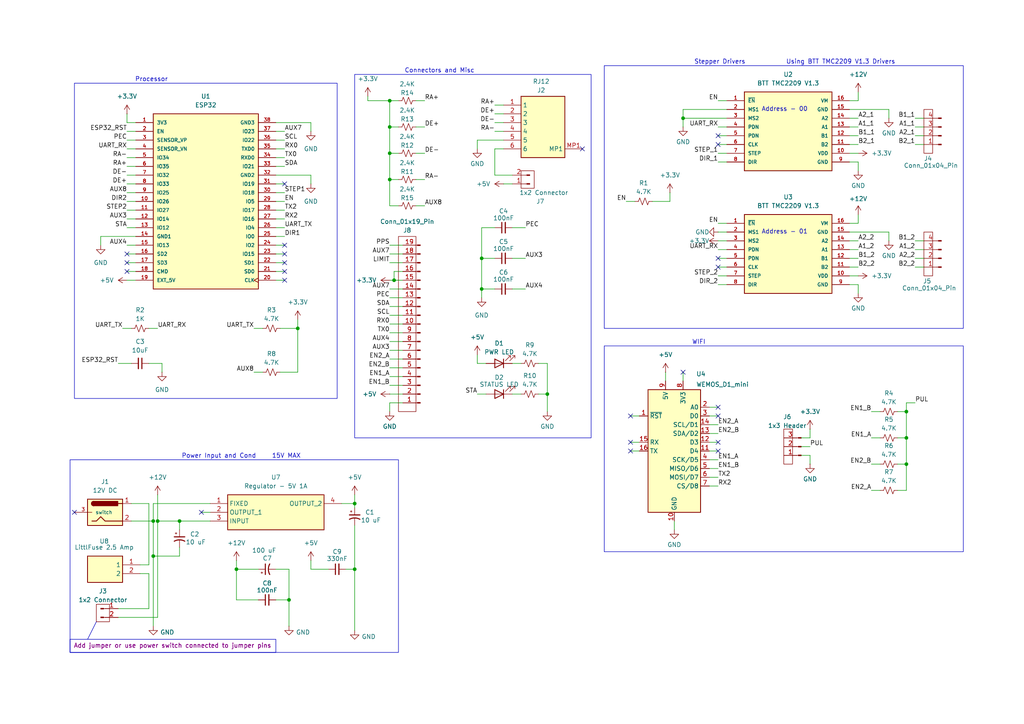
<source format=kicad_sch>
(kicad_sch (version 20231120) (generator "eeschema") (generator_version "8.0")
  (paper "A4")
  (junction (at 68.58 165.1))
  (junction (at 198.12 34.29))
  (junction (at 102.87 165.1))
  (junction (at 262.89 119.38))
  (junction (at 158.75 114.3))
  (junction (at 113.03 52.07))
  (junction (at 113.03 44.45))
  (junction (at 44.45 151.13))
  (junction (at 113.03 29.21))
  (junction (at 262.89 134.62))
  (junction (at 83.82 173.99))
  (junction (at 102.87 146.05))
  (junction (at 139.7 74.93))
  (junction (at 44.45 161.29))
  (junction (at 52.07 151.13))
  (junction (at 139.7 83.82))
  (junction (at 45.72 151.13))
  (junction (at 262.89 127))
  (junction (at 113.03 36.83))
  (junction (at 86.36 95.25))
  (junction (at 114.3 81.28))
  (no_connect (at 182.88 130.81))
  (no_connect (at 208.28 74.93))
  (no_connect (at 58.42 148.59))
  (no_connect (at 208.28 39.37))
  (no_connect (at 36.83 78.74))
  (no_connect (at 168.91 43.18))
  (no_connect (at 208.28 77.47))
  (no_connect (at 182.88 120.65))
  (no_connect (at 36.83 73.66))
  (no_connect (at 208.28 130.81))
  (no_connect (at 82.55 53.34))
  (no_connect (at 36.83 76.2))
  (no_connect (at 208.28 41.91))
  (no_connect (at 82.55 78.74))
  (no_connect (at 198.12 107.95))
  (no_connect (at 82.55 81.28))
  (no_connect (at 82.55 73.66))
  (no_connect (at 182.88 128.27))
  (no_connect (at 82.55 76.2))
  (no_connect (at 208.28 118.11))
  (no_connect (at 208.28 120.65))
  (no_connect (at 208.28 128.27))
  (no_connect (at 82.55 71.12))
  (no_connect (at 21.59 148.59))
  (wire (pts (xy 246.38 34.29) (xy 248.92 34.29)))
  (wire (pts (xy 148.59 50.8) (xy 143.51 50.8)))
  (wire (pts (xy 115.57 36.83) (xy 113.03 36.83)))
  (wire (pts (xy 210.82 44.45) (xy 208.28 44.45)))
  (wire (pts (xy 246.38 39.37) (xy 248.92 39.37)))
  (wire (pts (xy 52.07 151.13) (xy 52.07 153.67)))
  (wire (pts (xy 36.83 53.34) (xy 39.37 53.34)))
  (wire (pts (xy 36.83 48.26) (xy 39.37 48.26)))
  (wire (pts (xy 139.7 83.82) (xy 139.7 86.36)))
  (wire (pts (xy 45.72 151.13) (xy 52.07 151.13)))
  (polyline (pts (xy 27.94 180.34) (xy 25.4 185.42)))
  (wire (pts (xy 265.43 69.85) (xy 267.97 69.85)))
  (wire (pts (xy 248.92 44.45) (xy 246.38 44.45)))
  (wire (pts (xy 156.21 114.3) (xy 158.75 114.3)))
  (wire (pts (xy 143.51 38.1) (xy 146.05 38.1)))
  (wire (pts (xy 115.57 59.69) (xy 113.03 59.69)))
  (wire (pts (xy 36.83 45.72) (xy 39.37 45.72)))
  (wire (pts (xy 36.83 81.28) (xy 39.37 81.28)))
  (wire (pts (xy 80.01 58.42) (xy 82.55 58.42)))
  (wire (pts (xy 36.83 55.88) (xy 39.37 55.88)))
  (wire (pts (xy 210.82 64.77) (xy 208.28 64.77)))
  (wire (pts (xy 113.03 73.66) (xy 116.84 73.66)))
  (wire (pts (xy 113.03 104.14) (xy 116.84 104.14)))
  (wire (pts (xy 83.82 165.1) (xy 83.82 173.99)))
  (wire (pts (xy 143.51 43.18) (xy 146.05 43.18)))
  (wire (pts (xy 265.43 39.37) (xy 267.97 39.37)))
  (wire (pts (xy 246.38 67.31) (xy 257.81 67.31)))
  (wire (pts (xy 40.64 166.37) (xy 43.18 166.37)))
  (wire (pts (xy 113.03 99.06) (xy 116.84 99.06)))
  (wire (pts (xy 36.83 63.5) (xy 39.37 63.5)))
  (wire (pts (xy 139.7 66.04) (xy 139.7 74.93)))
  (wire (pts (xy 232.41 132.08) (xy 234.95 132.08)))
  (wire (pts (xy 246.38 74.93) (xy 248.92 74.93)))
  (wire (pts (xy 81.28 107.95) (xy 86.36 107.95)))
  (wire (pts (xy 36.83 73.66) (xy 39.37 73.66)))
  (wire (pts (xy 198.12 110.49) (xy 198.12 107.95)))
  (wire (pts (xy 146.05 53.34) (xy 148.59 53.34)))
  (wire (pts (xy 106.68 29.21) (xy 113.03 29.21)))
  (wire (pts (xy 83.82 173.99) (xy 83.82 181.61)))
  (wire (pts (xy 80.01 66.04) (xy 82.55 66.04)))
  (wire (pts (xy 248.92 46.99) (xy 248.92 49.53)))
  (wire (pts (xy 210.82 80.01) (xy 208.28 80.01)))
  (wire (pts (xy 34.29 176.53) (xy 43.18 176.53)))
  (wire (pts (xy 189.23 58.42) (xy 194.31 58.42)))
  (wire (pts (xy 44.45 161.29) (xy 44.45 181.61)))
  (wire (pts (xy 80.01 78.74) (xy 82.55 78.74)))
  (wire (pts (xy 52.07 151.13) (xy 60.96 151.13)))
  (wire (pts (xy 257.81 67.31) (xy 257.81 69.85)))
  (wire (pts (xy 116.84 78.74) (xy 114.3 78.74)))
  (wire (pts (xy 181.61 58.42) (xy 184.15 58.42)))
  (wire (pts (xy 123.19 59.69) (xy 120.65 59.69)))
  (wire (pts (xy 60.96 146.05) (xy 44.45 146.05)))
  (wire (pts (xy 246.38 69.85) (xy 248.92 69.85)))
  (wire (pts (xy 152.4 66.04) (xy 148.59 66.04)))
  (wire (pts (xy 210.82 29.21) (xy 208.28 29.21)))
  (wire (pts (xy 210.82 36.83) (xy 208.28 36.83)))
  (wire (pts (xy 102.87 146.05) (xy 102.87 143.51)))
  (wire (pts (xy 36.83 33.02) (xy 36.83 35.56)))
  (wire (pts (xy 208.28 39.37) (xy 210.82 39.37)))
  (wire (pts (xy 198.12 36.83) (xy 198.12 34.29)))
  (wire (pts (xy 260.35 119.38) (xy 262.89 119.38)))
  (wire (pts (xy 208.28 69.85) (xy 210.82 69.85)))
  (wire (pts (xy 86.36 95.25) (xy 86.36 107.95)))
  (wire (pts (xy 90.17 35.56) (xy 90.17 38.1)))
  (wire (pts (xy 113.03 114.3) (xy 116.84 114.3)))
  (wire (pts (xy 36.83 71.12) (xy 39.37 71.12)))
  (wire (pts (xy 262.89 116.84) (xy 265.43 116.84)))
  (wire (pts (xy 143.51 30.48) (xy 146.05 30.48)))
  (wire (pts (xy 80.01 68.58) (xy 82.55 68.58)))
  (wire (pts (xy 252.73 142.24) (xy 255.27 142.24)))
  (wire (pts (xy 113.03 29.21) (xy 115.57 29.21)))
  (wire (pts (xy 80.01 60.96) (xy 82.55 60.96)))
  (wire (pts (xy 139.7 74.93) (xy 139.7 83.82)))
  (wire (pts (xy 36.83 60.96) (xy 39.37 60.96)))
  (wire (pts (xy 113.03 36.83) (xy 113.03 44.45)))
  (wire (pts (xy 113.03 91.44) (xy 116.84 91.44)))
  (wire (pts (xy 210.82 82.55) (xy 208.28 82.55)))
  (wire (pts (xy 113.03 109.22) (xy 116.84 109.22)))
  (wire (pts (xy 39.37 68.58) (xy 29.21 68.58)))
  (wire (pts (xy 156.21 105.41) (xy 158.75 105.41)))
  (wire (pts (xy 152.4 83.82) (xy 148.59 83.82)))
  (wire (pts (xy 45.72 143.51) (xy 45.72 151.13)))
  (wire (pts (xy 80.01 55.88) (xy 82.55 55.88)))
  (wire (pts (xy 138.43 43.18) (xy 138.43 40.64)))
  (wire (pts (xy 143.51 66.04) (xy 139.7 66.04)))
  (wire (pts (xy 115.57 52.07) (xy 113.03 52.07)))
  (wire (pts (xy 36.83 38.1) (xy 39.37 38.1)))
  (wire (pts (xy 234.95 127) (xy 234.95 124.46)))
  (wire (pts (xy 234.95 132.08) (xy 234.95 134.62)))
  (wire (pts (xy 123.19 52.07) (xy 120.65 52.07)))
  (wire (pts (xy 265.43 34.29) (xy 267.97 34.29)))
  (wire (pts (xy 208.28 74.93) (xy 210.82 74.93)))
  (wire (pts (xy 246.38 46.99) (xy 248.92 46.99)))
  (wire (pts (xy 74.93 165.1) (xy 68.58 165.1)))
  (wire (pts (xy 43.18 163.83) (xy 40.64 163.83)))
  (wire (pts (xy 43.18 105.41) (xy 46.99 105.41)))
  (wire (pts (xy 113.03 101.6) (xy 116.84 101.6)))
  (wire (pts (xy 102.87 165.1) (xy 102.87 182.88)))
  (wire (pts (xy 80.01 48.26) (xy 82.55 48.26)))
  (wire (pts (xy 113.03 83.82) (xy 116.84 83.82)))
  (wire (pts (xy 205.74 133.35) (xy 208.28 133.35)))
  (wire (pts (xy 36.83 40.64) (xy 39.37 40.64)))
  (wire (pts (xy 102.87 152.4) (xy 102.87 165.1)))
  (wire (pts (xy 248.92 80.01) (xy 246.38 80.01)))
  (wire (pts (xy 246.38 77.47) (xy 248.92 77.47)))
  (wire (pts (xy 262.89 142.24) (xy 262.89 134.62)))
  (wire (pts (xy 252.73 127) (xy 255.27 127)))
  (wire (pts (xy 80.01 165.1) (xy 83.82 165.1)))
  (wire (pts (xy 138.43 102.87) (xy 138.43 105.41)))
  (wire (pts (xy 46.99 105.41) (xy 46.99 107.95)))
  (wire (pts (xy 113.03 76.2) (xy 116.84 76.2)))
  (wire (pts (xy 73.66 107.95) (xy 76.2 107.95)))
  (wire (pts (xy 80.01 63.5) (xy 82.55 63.5)))
  (wire (pts (xy 74.93 173.99) (xy 68.58 173.99)))
  (wire (pts (xy 246.38 36.83) (xy 248.92 36.83)))
  (wire (pts (xy 260.35 134.62) (xy 262.89 134.62)))
  (wire (pts (xy 102.87 146.05) (xy 102.87 147.32)))
  (wire (pts (xy 185.42 130.81) (xy 182.88 130.81)))
  (wire (pts (xy 143.51 35.56) (xy 146.05 35.56)))
  (wire (pts (xy 106.68 27.94) (xy 106.68 29.21)))
  (wire (pts (xy 198.12 31.75) (xy 210.82 31.75)))
  (wire (pts (xy 116.84 116.84) (xy 113.03 116.84)))
  (wire (pts (xy 38.1 146.05) (xy 43.18 146.05)))
  (wire (pts (xy 36.83 66.04) (xy 39.37 66.04)))
  (wire (pts (xy 260.35 127) (xy 262.89 127)))
  (wire (pts (xy 80.01 45.72) (xy 82.55 45.72)))
  (wire (pts (xy 265.43 41.91) (xy 267.97 41.91)))
  (wire (pts (xy 205.74 130.81) (xy 208.28 130.81)))
  (wire (pts (xy 248.92 29.21) (xy 248.92 26.67)))
  (wire (pts (xy 123.19 44.45) (xy 120.65 44.45)))
  (wire (pts (xy 205.74 128.27) (xy 208.28 128.27)))
  (wire (pts (xy 43.18 146.05) (xy 43.18 163.83)))
  (wire (pts (xy 36.83 43.18) (xy 39.37 43.18)))
  (wire (pts (xy 205.74 125.73) (xy 208.28 125.73)))
  (wire (pts (xy 246.38 29.21) (xy 248.92 29.21)))
  (wire (pts (xy 205.74 118.11) (xy 208.28 118.11)))
  (wire (pts (xy 68.58 165.1) (xy 68.58 173.99)))
  (wire (pts (xy 90.17 165.1) (xy 95.25 165.1)))
  (wire (pts (xy 198.12 34.29) (xy 198.12 31.75)))
  (wire (pts (xy 35.56 95.25) (xy 38.1 95.25)))
  (wire (pts (xy 265.43 72.39) (xy 267.97 72.39)))
  (wire (pts (xy 36.83 58.42) (xy 39.37 58.42)))
  (wire (pts (xy 138.43 105.41) (xy 140.97 105.41)))
  (wire (pts (xy 114.3 81.28) (xy 116.84 81.28)))
  (wire (pts (xy 113.03 71.12) (xy 116.84 71.12)))
  (wire (pts (xy 123.19 36.83) (xy 120.65 36.83)))
  (wire (pts (xy 185.42 120.65) (xy 182.88 120.65)))
  (wire (pts (xy 113.03 93.98) (xy 116.84 93.98)))
  (wire (pts (xy 185.42 128.27) (xy 182.88 128.27)))
  (wire (pts (xy 52.07 158.75) (xy 52.07 161.29)))
  (wire (pts (xy 139.7 83.82) (xy 143.51 83.82)))
  (wire (pts (xy 113.03 96.52) (xy 116.84 96.52)))
  (wire (pts (xy 210.82 72.39) (xy 208.28 72.39)))
  (wire (pts (xy 86.36 92.71) (xy 86.36 95.25)))
  (wire (pts (xy 265.43 36.83) (xy 267.97 36.83)))
  (wire (pts (xy 115.57 44.45) (xy 113.03 44.45)))
  (wire (pts (xy 80.01 38.1) (xy 82.55 38.1)))
  (wire (pts (xy 43.18 176.53) (xy 43.18 166.37)))
  (wire (pts (xy 198.12 34.29) (xy 210.82 34.29)))
  (wire (pts (xy 138.43 114.3) (xy 140.97 114.3)))
  (wire (pts (xy 194.31 55.88) (xy 194.31 58.42)))
  (wire (pts (xy 36.83 78.74) (xy 39.37 78.74)))
  (wire (pts (xy 152.4 74.93) (xy 148.59 74.93)))
  (wire (pts (xy 80.01 35.56) (xy 90.17 35.56)))
  (wire (pts (xy 143.51 74.93) (xy 139.7 74.93)))
  (wire (pts (xy 123.19 29.21) (xy 120.65 29.21)))
  (wire (pts (xy 38.1 151.13) (xy 44.45 151.13)))
  (wire (pts (xy 248.92 82.55) (xy 248.92 85.09)))
  (wire (pts (xy 80.01 71.12) (xy 82.55 71.12)))
  (wire (pts (xy 80.01 40.64) (xy 82.55 40.64)))
  (wire (pts (xy 205.74 123.19) (xy 208.28 123.19)))
  (wire (pts (xy 252.73 119.38) (xy 255.27 119.38)))
  (wire (pts (xy 246.38 82.55) (xy 248.92 82.55)))
  (wire (pts (xy 90.17 162.56) (xy 90.17 165.1)))
  (wire (pts (xy 210.82 46.99) (xy 208.28 46.99)))
  (wire (pts (xy 44.45 151.13) (xy 44.45 161.29)))
  (wire (pts (xy 205.74 135.89) (xy 208.28 135.89)))
  (wire (pts (xy 143.51 50.8) (xy 143.51 43.18)))
  (wire (pts (xy 262.89 119.38) (xy 262.89 116.84)))
  (wire (pts (xy 80.01 53.34) (xy 82.55 53.34)))
  (wire (pts (xy 113.03 52.07) (xy 113.03 59.69)))
  (wire (pts (xy 80.01 76.2) (xy 82.55 76.2)))
  (wire (pts (xy 80.01 173.99) (xy 83.82 173.99)))
  (wire (pts (xy 262.89 127) (xy 262.89 119.38)))
  (wire (pts (xy 158.75 114.3) (xy 158.75 119.38)))
  (wire (pts (xy 143.51 33.02) (xy 146.05 33.02)))
  (wire (pts (xy 52.07 161.29) (xy 44.45 161.29)))
  (wire (pts (xy 232.41 129.54) (xy 234.95 129.54)))
  (wire (pts (xy 257.81 31.75) (xy 257.81 34.29)))
  (wire (pts (xy 36.83 50.8) (xy 39.37 50.8)))
  (wire (pts (xy 29.21 68.58) (xy 29.21 71.12)))
  (wire (pts (xy 205.74 140.97) (xy 208.28 140.97)))
  (wire (pts (xy 158.75 105.41) (xy 158.75 114.3)))
  (wire (pts (xy 58.42 148.59) (xy 60.96 148.59)))
  (wire (pts (xy 114.3 78.74) (xy 114.3 81.28)))
  (wire (pts (xy 246.38 64.77) (xy 248.92 64.77)))
  (wire (pts (xy 45.72 151.13) (xy 45.72 179.07)))
  (wire (pts (xy 80.01 81.28) (xy 82.55 81.28)))
  (wire (pts (xy 99.06 146.05) (xy 102.87 146.05)))
  (wire (pts (xy 208.28 77.47) (xy 210.82 77.47)))
  (wire (pts (xy 113.03 86.36) (xy 116.84 86.36)))
  (wire (pts (xy 81.28 95.25) (xy 86.36 95.25)))
  (wire (pts (xy 252.73 134.62) (xy 255.27 134.62)))
  (wire (pts (xy 265.43 74.93) (xy 267.97 74.93)))
  (wire (pts (xy 44.45 146.05) (xy 44.45 151.13)))
  (wire (pts (xy 43.18 95.25) (xy 45.72 95.25)))
  (wire (pts (xy 113.03 81.28) (xy 114.3 81.28)))
  (wire (pts (xy 113.03 88.9) (xy 116.84 88.9)))
  (wire (pts (xy 80.01 73.66) (xy 82.55 73.66)))
  (wire (pts (xy 262.89 134.62) (xy 262.89 127)))
  (wire (pts (xy 208.28 67.31) (xy 210.82 67.31)))
  (wire (pts (xy 205.74 138.43) (xy 208.28 138.43)))
  (wire (pts (xy 73.66 95.25) (xy 76.2 95.25)))
  (wire (pts (xy 193.04 107.95) (xy 193.04 110.49)))
  (wire (pts (xy 113.03 106.68) (xy 116.84 106.68)))
  (wire (pts (xy 113.03 44.45) (xy 113.03 52.07)))
  (wire (pts (xy 260.35 142.24) (xy 262.89 142.24)))
  (wire (pts (xy 90.17 50.8) (xy 90.17 53.34)))
  (wire (pts (xy 205.74 120.65) (xy 208.28 120.65)))
  (wire (pts (xy 68.58 162.56) (xy 68.58 165.1)))
  (wire (pts (xy 80.01 43.18) (xy 82.55 43.18)))
  (wire (pts (xy 113.03 116.84) (xy 113.03 119.38)))
  (wire (pts (xy 195.58 151.13) (xy 195.58 153.67)))
  (wire (pts (xy 232.41 127) (xy 234.95 127)))
  (wire (pts (xy 246.38 31.75) (xy 257.81 31.75)))
  (wire (pts (xy 113.03 111.76) (xy 116.84 111.76)))
  (wire (pts (xy 148.59 114.3) (xy 151.13 114.3)))
  (wire (pts (xy 100.33 165.1) (xy 102.87 165.1)))
  (wire (pts (xy 34.29 105.41) (xy 38.1 105.41)))
  (wire (pts (xy 36.83 76.2) (xy 39.37 76.2)))
  (wire (pts (xy 138.43 40.64) (xy 146.05 40.64)))
  (wire (pts (xy 148.59 105.41) (xy 151.13 105.41)))
  (wire (pts (xy 36.83 35.56) (xy 39.37 35.56)))
  (wire (pts (xy 246.38 72.39) (xy 248.92 72.39)))
  (wire (pts (xy 246.38 41.91) (xy 248.92 41.91)))
  (wire (pts (xy 208.28 41.91) (xy 210.82 41.91)))
  (wire (pts (xy 248.92 64.77) (xy 248.92 62.23)))
  (wire (pts (xy 113.03 29.21) (xy 113.03 36.83)))
  (wire (pts (xy 80.01 50.8) (xy 90.17 50.8)))
  (wire (pts (xy 265.43 77.47) (xy 267.97 77.47)))
  (wire (pts (xy 34.29 179.07) (xy 45.72 179.07)))
  (rectangle (start 175.26 100.33) (end 279.4 160.02))
  (rectangle (start 21.59 24.13) (end 97.79 115.57))
  (rectangle (start 102.87 21.59) (end 171.45 127))
  (rectangle (start 20.32 185.42) (end 80.01 189.23))
  (rectangle (start 175.26 19.05) (end 279.4 95.25))
  (rectangle (start 20.32 133.35) (end 115.57 189.23))
  (text "Processor" (at 43.942 23.114 0) (effects (font (size 1.27 1.27))))
  (text "Connectors and Misc" (at 127.508 20.574 0) (effects (font (size 1.27 1.27))))
  (text "Using BTT TMC2209 V1.3 Drivers" (at 243.84 18.034 0) (effects (font (size 1.27 1.27))))
  (text "WIFI" (at 202.692 99.314 0) (effects (font (size 1.27 1.27))))
  (text "15V MAX" (at 83.058 132.334 0) (effects (font (size 1.27 1.27))))
  (text "Stepper Drivers" (at 208.788 18.034 0) (effects (font (size 1.27 1.27))))
  (text "Address - 01\n" (at 227.584 67.31 0) (effects (font (size 1.27 1.27))))
  (text "Power Input and Cond" (at 63.5 132.334 0) (effects (font (size 1.27 1.27))))
  (text "Address - 00" (at 227.584 31.75 0) (effects (font (size 1.27 1.27))))
  (label "EN2_A" (at 113.03 104.14 180))
  (label "AUX8" (at 36.83 55.88 180))
  (label "B1_1" (at 265.43 34.29 180))
  (label "AUX7" (at 82.55 38.1 0))
  (label "RX2" (at 82.55 63.5 0))
  (label "STEP2" (at 36.83 60.96 180))
  (label "EN2_B" (at 208.28 125.73 0))
  (label "PEC" (at 152.4 66.04 0))
  (label "SDA" (at 82.55 48.26 0))
  (label "EN1_A" (at 252.73 127 180))
  (label "DE-" (at 123.19 44.45 0))
  (label "EN1_B" (at 113.03 111.76 180))
  (label "UART_RX" (at 208.28 36.83 180))
  (label "EN1_B" (at 252.73 119.38 180))
  (label "UART_TX" (at 35.56 95.25 180))
  (label "EN" (at 208.28 64.77 180))
  (label "B1_1" (at 248.92 39.37 0))
  (label "AUX8" (at 73.66 107.95 180))
  (label "EN1_B" (at 208.28 135.89 0))
  (label "A2_1" (at 248.92 34.29 0))
  (label "UART_RX" (at 45.72 95.25 0))
  (label "AUX4" (at 152.4 83.82 0))
  (label "STA" (at 36.83 66.04 180))
  (label "DE+" (at 36.83 53.34 180))
  (label "TX2" (at 82.55 60.96 0))
  (label "STEP_1" (at 208.28 44.45 180))
  (label "EN" (at 181.61 58.42 180))
  (label "A2_2" (at 265.43 74.93 180))
  (label "PUL" (at 265.43 116.84 0))
  (label "RX2" (at 208.28 140.97 0))
  (label "EN2_A" (at 252.73 142.24 180))
  (label "STEP_2" (at 208.28 80.01 180))
  (label "RX0" (at 82.55 43.18 0))
  (label "B2_1" (at 248.92 41.91 0))
  (label "DIR2" (at 36.83 58.42 180))
  (label "PUL" (at 234.95 129.54 0))
  (label "A1_2" (at 248.92 72.39 0))
  (label "UART_TX" (at 73.66 95.25 180))
  (label "B2_2" (at 265.43 77.47 180))
  (label "A1_1" (at 265.43 36.83 180))
  (label "EN2_B" (at 252.73 134.62 180))
  (label "A1_2" (at 265.43 72.39 180))
  (label "EN1_A" (at 208.28 133.35 0))
  (label "ESP32_RST" (at 34.29 105.41 180))
  (label "STA" (at 138.43 114.3 180))
  (label "PPS" (at 113.03 71.12 180))
  (label "EN2_A" (at 208.28 123.19 0))
  (label "TX0" (at 113.03 96.52 180))
  (label "DE+" (at 143.51 33.02 180))
  (label "DIR_1" (at 208.28 46.99 180))
  (label "SDA" (at 113.03 88.9 180))
  (label "RA+" (at 123.19 29.21 0))
  (label "DIR_2" (at 208.28 82.55 180))
  (label "RA-" (at 36.83 45.72 180))
  (label "RX0" (at 113.03 93.98 180))
  (label "AUX4" (at 113.03 99.06 180))
  (label "STEP1" (at 82.55 55.88 0))
  (label "TX2" (at 208.28 138.43 0))
  (label "AUX8" (at 123.19 59.69 0))
  (label "EN" (at 208.28 29.21 180))
  (label "B1_2" (at 248.92 74.93 0))
  (label "A2_2" (at 248.92 69.85 0))
  (label "A1_1" (at 248.92 36.83 0))
  (label "AUX3" (at 152.4 74.93 0))
  (label "AUX7" (at 113.03 73.66 180))
  (label "SCL" (at 82.55 40.64 0))
  (label "ESP32_RST" (at 36.83 38.1 180))
  (label "UART_TX" (at 82.55 66.04 0))
  (label "DE+" (at 123.19 36.83 0))
  (label "LIMIT" (at 113.03 76.2 180))
  (label "A2_1" (at 265.43 39.37 180))
  (label "UART_RX" (at 36.83 43.18 180))
  (label "AUX4" (at 36.83 71.12 180))
  (label "DE-" (at 36.83 50.8 180))
  (label "B2_2" (at 248.92 77.47 0))
  (label "DE-" (at 143.51 35.56 180))
  (label "DIR1" (at 82.55 68.58 0))
  (label "TX0" (at 82.55 45.72 0))
  (label "EN" (at 82.55 58.42 0))
  (label "PEC" (at 36.83 40.64 180))
  (label "B2_1" (at 265.43 41.91 180))
  (label "UART_RX" (at 208.28 72.39 180))
  (label "EN2_B" (at 113.03 106.68 180))
  (label "RA-" (at 123.19 52.07 0))
  (label "PEC" (at 113.03 86.36 180))
  (label "AUX3" (at 113.03 101.6 180))
  (label "B1_2" (at 265.43 69.85 180))
  (label "EN1_A" (at 113.03 109.22 180))
  (label "RA-" (at 143.51 38.1 180))
  (label "RA+" (at 143.51 30.48 180))
  (label "AUX3" (at 36.83 63.5 180))
  (label "RA+" (at 36.83 48.26 180))
  (label "SCL" (at 113.03 91.44 180))
  (label "AUX7" (at 113.03 83.82 180))
  (symbol (lib_name "Conn_01x04_Pin_1") (lib_id "Connector:Conn_01x04_Pin") (at 273.05 39.37 180) (unit 1)
    (property "Reference" "J4" (at 267.97 45.974 0) (effects (justify right)))
    (property "Value" "Conn_01x04_Pin" (at 262.128 48.006 0) (effects (justify right)))
    (property "Footprint" "Connector_PinHeader_2.54mm:PinHeader_1x04_P2.54mm_Vertical" (effects (hide yes)))
    (property "Description" "Generic connector, single row, 01x04, script generated" (effects (hide yes)))
  )
  (symbol (lib_id "Device:R_Small_US") (at 257.81 134.62 90) (unit 1)
    (property "Reference" "R6" (at 257.81 129.286 90))
    (property "Value" "4.7K" (at 257.81 131.826 90))
    (property "Footprint" "Resistor_SMD:R_0805_2012Metric_Pad1.20x1.40mm_HandSolder" (effects (hide yes)))
    (property "Description" "Resistor, small US symbol" (effects (hide yes)))
  )
  (symbol (lib_id "TMC2209:TMC2209_SILENTSTEPSTICK") (at 228.6 82.55 0) (unit 1)
    (property "Reference" "U3" (at 228.6 57.15 0))
    (property "Value" "BTT TMC2209 V1.3" (at 228.6 59.69 0))
    (property "Footprint" "Stardust:MODULE_TMC2209_SILENTSTEPSTICK" (effects (hide yes)))
    (property "Datasheet" "https://biqu.equipment/products/bigtreetech-tmc2209-stepper-motor-driver-for-3d-printer-board-vs-tmc2208?variant=20498074632290&currency=USD&gad_source=1" (effects (hide yes)))
    (property "Description" "Big Tree Tech TMC2209 UART V1.3" (effects (hide yes)))
    (property "MF" "BIGTREETECH" (effects (hide yes)))
  )
  (symbol (lib_id "power:+3.3V") (at 194.31 55.88 0) (unit 1)
    (property "Reference" "#PWR014" (effects (hide yes)))
    (property "Value" "+3.3V" (at 194.31 50.8 0))
    (property "Description" "Power symbol creates a global label with name \"+3.3V\"" (effects (hide yes)))
  )
  (symbol (lib_id "power:+12V") (at 68.58 162.56 0) (unit 1)
    (property "Reference" "#PWR037" (effects (hide yes)))
    (property "Value" "+12V" (at 68.58 157.48 0))
    (property "Description" "Power symbol creates a global label with name \"+12V\"" (effects (hide yes)))
  )
  (symbol (lib_id "power:GND") (at 90.17 38.1 0) (unit 1)
    (property "Reference" "#PWR019" (effects (hide yes)))
    (property "Value" "GND" (at 90.17 43.18 0))
    (property "Description" "Power symbol creates a global label with name \"GND\" , ground" (effects (hide yes)))
  )
  (symbol (lib_id "power:+5V") (at 138.43 102.87 0) (unit 1)
    (property "Reference" "#PWR029" (effects (hide yes)))
    (property "Value" "+5V" (at 138.43 97.79 0))
    (property "Description" "Power symbol creates a global label with name \"+5V\"" (effects (hide yes)))
  )
  (symbol (lib_id "power:+3.3V") (at 36.83 33.02 0) (unit 1)
    (property "Reference" "#PWR02" (effects (hide yes)))
    (property "Value" "+3.3V" (at 36.83 27.94 0))
    (property "Description" "Power symbol creates a global label with name \"+3.3V\"" (effects (hide yes)))
  )
  (symbol (lib_id "power:GND") (at 248.92 85.09 0) (unit 1)
    (property "Reference" "#PWR011" (effects (hide yes)))
    (property "Value" "GND" (at 248.92 89.408 0))
    (property "Description" "Power symbol creates a global label with name \"GND\" , ground" (effects (hide yes)))
  )
  (symbol (lib_id "Device:R_Small_US") (at 118.11 44.45 270) (unit 1)
    (property "Reference" "R12" (at 118.11 42.164 90))
    (property "Value" "2.4K" (at 118.11 39.624 90))
    (property "Footprint" "Resistor_SMD:R_0805_2012Metric_Pad1.20x1.40mm_HandSolder" (effects (hide yes)))
    (property "Description" "Resistor, small US symbol" (effects (hide yes)))
  )
  (symbol (lib_id "Device:R_Small_US") (at 257.81 142.24 90) (unit 1)
    (property "Reference" "R7" (at 257.81 136.906 90))
    (property "Value" "4.7K" (at 257.81 139.446 90))
    (property "Footprint" "Resistor_SMD:R_0805_2012Metric_Pad1.20x1.40mm_HandSolder" (effects (hide yes)))
    (property "Description" "Resistor, small US symbol" (effects (hide yes)))
  )
  (symbol (lib_id "Device:R_Small_US") (at 257.81 119.38 90) (unit 1)
    (property "Reference" "R4" (at 257.81 114.046 90))
    (property "Value" "4.7K" (at 257.81 116.586 90))
    (property "Footprint" "Resistor_SMD:R_0805_2012Metric_Pad1.20x1.40mm_HandSolder" (effects (hide yes)))
    (property "Description" "Resistor, small US symbol" (effects (hide yes)))
  )
  (symbol (lib_id "power:+3.3V") (at 208.28 69.85 90) (unit 1)
    (property "Reference" "#PWR017" (effects (hide yes)))
    (property "Value" "+3.3V" (at 205.74 69.85 90) (effects (justify left)))
    (property "Description" "Power symbol creates a global label with name \"+3.3V\"" (effects (hide yes)))
  )
  (symbol (lib_id "power:GND") (at 113.03 119.38 0) (unit 1)
    (property "Reference" "#PWR033" (effects (hide yes)))
    (property "Value" "GND" (at 113.03 123.698 0))
    (property "Description" "Power symbol creates a global label with name \"GND\" , ground" (effects (hide yes)))
  )
  (symbol (lib_id "Device:C_Small") (at 97.79 165.1 90) (unit 1)
    (property "Reference" "C9" (at 97.79 160.02 90))
    (property "Value" "330nF" (at 97.79 162.052 90))
    (property "Footprint" "Capacitor_SMD:C_1206_3216Metric_Pad1.33x1.80mm_HandSolder" (effects (hide yes)))
    (property "Datasheet" "https://www.mouser.com/datasheet/2/40/AutoMLCCKAM-3216307.pdf" (effects (hide yes)))
    (property "Description" "Unpolarized capacitor, small symbol" (effects (hide yes)))
    (property "Mouser PN" "581-KAM31NR81H334KU " (effects (hide yes)))
  )
  (symbol (lib_id "power:+3.3V") (at 86.36 92.71 0) (unit 1)
    (property "Reference" "#PWR018" (effects (hide yes)))
    (property "Value" "+3.3V" (at 86.36 87.63 0))
    (property "Description" "Power symbol creates a global label with name \"+3.3V\"" (effects (hide yes)))
  )
  (symbol (lib_id "Device:R_Small_US") (at 153.67 105.41 90) (unit 1)
    (property "Reference" "R9" (at 153.67 100.076 90))
    (property "Value" "4.7K" (at 153.67 102.616 90))
    (property "Footprint" "Resistor_SMD:R_0805_2012Metric_Pad1.20x1.40mm_HandSolder" (effects (hide yes)))
    (property "Description" "Resistor, small US symbol" (effects (hide yes)))
  )
  (symbol (lib_id "power:GND") (at 44.45 181.61 0) (unit 1)
    (property "Reference" "#PWR01" (effects (hide yes)))
    (property "Value" "GND" (at 48.514 183.388 0))
    (property "Description" "Power symbol creates a global label with name \"GND\" , ground" (effects (hide yes)))
  )
  (symbol (lib_id "power:GND") (at 102.87 182.88 0) (unit 1)
    (property "Reference" "#PWR05" (effects (hide yes)))
    (property "Value" "GND" (at 106.934 184.658 0))
    (property "Description" "Power symbol creates a global label with name \"GND\" , ground" (effects (hide yes)))
  )
  (symbol (lib_id "power:GND") (at 29.21 71.12 0) (unit 1)
    (property "Reference" "#PWR021" (effects (hide yes)))
    (property "Value" "GND" (at 29.21 76.2 0))
    (property "Description" "Power symbol creates a global label with name \"GND\" , ground" (effects (hide yes)))
  )
  (symbol (lib_id "power:+5V") (at 146.05 53.34 90) (unit 1)
    (property "Reference" "#PWR030" (effects (hide yes)))
    (property "Value" "+5V" (at 142.24 53.3399 90) (effects (justify left)))
    (property "Description" "Power symbol creates a global label with name \"+5V\"" (effects (hide yes)))
  )
  (symbol (lib_id "Device:LED") (at 144.78 114.3 180) (unit 1)
    (property "Reference" "D2" (at 144.78 109.474 0))
    (property "Value" "STATUS LED" (at 144.78 111.506 0))
    (property "Footprint" "LED_SMD:LED_0603_1608Metric_Pad1.05x0.95mm_HandSolder" (effects (hide yes)))
    (property "Description" "Light emitting diode" (effects (hide yes)))
  )
  (symbol (lib_id "power:+5V") (at 90.17 162.56 0) (unit 1)
    (property "Reference" "#PWR039" (effects (hide yes)))
    (property "Value" "+5V" (at 90.17 157.48 0))
    (property "Description" "Power symbol creates a global label with name \"+5V\"" (effects (hide yes)))
  )
  (symbol (lib_id "Connector:Jack-DC") (at 30.48 148.59 0) (unit 1)
    (property "Reference" "J1" (at 30.48 139.7 0))
    (property "Value" "12V DC" (at 30.48 142.24 0))
    (property "Footprint" "Stardust:DC_PowerConn_694108402002" (effects (hide yes)))
    (property "Description" "DC Barrel Jack" (effects (hide yes)))
  )
  (symbol (lib_id "power:GND") (at 138.43 43.18 0) (unit 1)
    (property "Reference" "#PWR031" (effects (hide yes)))
    (property "Value" "GND" (at 138.43 47.498 0))
    (property "Description" "Power symbol creates a global label with name \"GND\" , ground" (effects (hide yes)))
  )
  (symbol (lib_id "Device:C_Small") (at 146.05 83.82 90) (unit 1)
    (property "Reference" "C6" (at 146.05 78.994 90))
    (property "Value" "100nF" (at 146.05 81.026 90))
    (property "Footprint" "Capacitor_SMD:C_2220_5750Metric_Pad1.97x5.40mm_HandSolder" (effects (hide yes)))
    (property "Datasheet" "https://product.tdk.com/system/files/dam/doc/product/capacitor/ceramic/mlcc/catalog/mlcc_automotive_hightemp_en.pdf" (effects (hide yes)))
    (property "Description" "Unpolarized capacitor, small symbol" (effects (hide yes)))
    (property "Mouser PN" "810-Q1C0G2J104G280KC " (effects (hide yes)))
  )
  (symbol (lib_id "5V Regulator:TS1117BCW50_RPG") (at 60.96 146.05 0) (unit 1)
    (property "Reference" "U7" (at 80.01 138.43 0))
    (property "Value" "Regulator - 5V 1A" (at 80.01 140.97 0))
    (property "Footprint" "Stardust:5VREG_SOT230P700X180-4N" (effects (hide yes)))
    (property "Datasheet" "https://services.taiwansemi.com/storage/resources/datasheet/TS1117B_I2405.pdf" (effects (hide yes)))
    (property "Description" "LDO Voltage Regulators 1A 5V LOW DROPOUT VOLTAGE REGULATOR" (effects (hide yes)))
    (property "Height" "1.8" (effects (hide yes)))
    (property "Mouser Part Number" "821-TS1117BCW50RPG" (effects (hide yes)))
    (property "Mouser Price/Stock" "https://www.mouser.co.uk/ProductDetail/Taiwan-Semiconductor/TS1117BCW50-RPG?qs=5aG0NVq1C4ylI5XQUTRxrQ%3D%3D" (effects (hide yes)))
    (property "Manufacturer_Name" "Taiwan Semiconductor" (effects (hide yes)))
    (property "Manufacturer_Part_Number" "TS1117BCW50 RPG" (effects (hide yes)))
  )
  (symbol (lib_id "power:+3.3V") (at 113.03 81.28 90) (unit 1)
    (property "Reference" "#PWR035" (effects (hide yes)))
    (property "Value" "+3.3V" (at 109.22 81.2799 90) (effects (justify left)))
    (property "Description" "Power symbol creates a global label with name \"+3.3V\"" (effects (hide yes)))
  )
  (symbol (lib_id "Device:C_Small") (at 77.47 173.99 90) (unit 1)
    (property "Reference" "C8" (at 77.47 169.164 90))
    (property "Value" "100nF" (at 77.47 171.196 90))
    (property "Footprint" "Capacitor_SMD:C_2220_5750Metric_Pad1.97x5.40mm_HandSolder" (effects (hide yes)))
    (property "Datasheet" "https://product.tdk.com/system/files/dam/doc/product/capacitor/ceramic/mlcc/catalog/mlcc_automotive_hightemp_en.pdf" (effects (hide yes)))
    (property "Description" "Unpolarized capacitor, small symbol" (effects (hide yes)))
    (property "Mouser PN" "810-Q1C0G2J104G280KC " (effects (hide yes)))
  )
  (symbol (lib_id "Connector:Conn_01x02_Pin") (at 29.21 176.53 0) (unit 1)
    (property "Reference" "J3" (at 29.845 171.45 0))
    (property "Value" "1x2 Connector" (at 29.845 173.99 0))
    (property "Footprint" "Connector_PinHeader_2.54mm:PinHeader_1x02_P2.54mm_Vertical" (effects (hide yes)))
    (property "Description" "Add jumper or use power switch connected to jumper pins" (at 50.038 187.198 0))
  )
  (symbol (lib_id "power:GND") (at 208.28 67.31 270) (unit 1)
    (property "Reference" "#PWR013" (effects (hide yes)))
    (property "Value" "GND" (at 203.708 67.31 90))
    (property "Description" "Power symbol creates a global label with name \"GND\" , ground" (effects (hide yes)))
  )
  (symbol (lib_id "Device:R_Small_US") (at 186.69 58.42 90) (unit 1)
    (property "Reference" "R1" (at 186.69 53.086 90))
    (property "Value" "4.7K" (at 186.69 55.626 90))
    (property "Footprint" "Resistor_SMD:R_0805_2012Metric_Pad1.20x1.40mm_HandSolder" (effects (hide yes)))
    (property "Description" "Resistor, small US symbol" (effects (hide yes)))
  )
  (symbol (lib_id "power:GND") (at 90.17 53.34 0) (unit 1)
    (property "Reference" "#PWR020" (effects (hide yes)))
    (property "Value" "GND" (at 90.17 58.42 0))
    (property "Description" "Power symbol creates a global label with name \"GND\" , ground" (effects (hide yes)))
  )
  (symbol (lib_id "power:+12V") (at 45.72 143.51 0) (unit 1)
    (property "Reference" "#PWR04" (effects (hide yes)))
    (property "Value" "+12V" (at 45.72 138.43 0))
    (property "Description" "Power symbol creates a global label with name \"+12V\"" (effects (hide yes)))
  )
  (symbol (lib_id "power:GND") (at 198.12 36.83 0) (unit 1)
    (property "Reference" "#PWR09" (effects (hide yes)))
    (property "Value" "GND" (at 198.12 41.148 0))
    (property "Description" "Power symbol creates a global label with name \"GND\" , ground" (effects (hide yes)))
  )
  (symbol (lib_id "power:GND") (at 195.58 153.67 0) (unit 1)
    (property "Reference" "#PWR024" (effects (hide yes)))
    (property "Value" "GND" (at 195.58 157.988 0))
    (property "Description" "Power symbol creates a global label with name \"GND\" , ground" (effects (hide yes)))
  )
  (symbol (lib_id "power:+5V") (at 36.83 81.28 90) (unit 1)
    (property "Reference" "#PWR022" (effects (hide yes)))
    (property "Value" "+5V" (at 33.02 81.2799 90) (effects (justify left)))
    (property "Description" "Power symbol creates a global label with name \"+5V\"" (effects (hide yes)))
  )
  (symbol (lib_id "power:+3.3V") (at 106.68 27.94 0) (unit 1)
    (property "Reference" "#PWR032" (effects (hide yes)))
    (property "Value" "+3.3V" (at 106.68 22.86 0))
    (property "Description" "Power symbol creates a global label with name \"+3.3V\"" (effects (hide yes)))
  )
  (symbol (lib_id "TMC2209:TMC2209_SILENTSTEPSTICK") (at 228.6 46.99 0) (unit 1)
    (property "Reference" "U2" (at 228.6 21.59 0))
    (property "Value" "BTT TMC2209 V1.3" (at 228.6 24.13 0))
    (property "Footprint" "Stardust:MODULE_TMC2209_SILENTSTEPSTICK" (effects (hide yes)))
    (property "Datasheet" "https://biqu.equipment/products/bigtreetech-tmc2209-stepper-motor-driver-for-3d-printer-board-vs-tmc2208?variant=20498074632290&currency=USD&gad_source=1" (effects (hide yes)))
    (property "Description" "Big Tree Tech TMC2209 UART V1.3" (effects (hide yes)))
    (property "MF" "BIGTREETECH" (effects (hide yes)))
  )
  (symbol (lib_id "Device:R_Small_US") (at 118.11 59.69 270) (unit 1)
    (property "Reference" "R15" (at 118.11 57.404 90))
    (property "Value" "2.4K" (at 118.11 54.864 90))
    (property "Footprint" "Resistor_SMD:R_0805_2012Metric_Pad1.20x1.40mm_HandSolder" (effects (hide yes)))
    (property "Description" "Resistor, small US symbol" (effects (hide yes)))
  )
  (symbol (lib_id "power:GND") (at 158.75 119.38 0) (unit 1)
    (property "Reference" "#PWR028" (effects (hide yes)))
    (property "Value" "GND" (at 158.75 123.698 0))
    (property "Description" "Power symbol creates a global label with name \"GND\" , ground" (effects (hide yes)))
  )
  (symbol (lib_id "Device:R_Small_US") (at 78.74 107.95 90) (unit 1)
    (property "Reference" "R8" (at 78.74 102.616 90))
    (property "Value" "4.7K" (at 78.74 105.156 90))
    (property "Footprint" "Resistor_SMD:R_0805_2012Metric_Pad1.20x1.40mm_HandSolder" (effects (hide yes)))
    (property "Description" "Resistor, small US symbol" (effects (hide yes)))
  )
  (symbol (lib_id "Device:C_Polarized_Small_US") (at 77.47 165.1 90) (unit 1)
    (property "Reference" "C7" (at 78.867 161.925 90) (effects (justify left)))
    (property "Value" "100 uF" (at 80.137 159.639 90) (effects (justify left)))
    (property "Footprint" "Stardust:100uFElectrolyticCap_CAPAE830X1080N" (effects (hide yes)))
    (property "Datasheet" "https://www.mouser.com/datasheet/2/293/e_gxc-3472314.pdf" (effects (hide yes)))
    (property "Description" "Polarized capacitor, small US symbol" (effects (hide yes)))
    (property "Mouser PN " "647-GXC1V101MCQ1GS " (effects (hide yes)))
  )
  (symbol (lib_id "Device:R_Small_US") (at 40.64 95.25 90) (unit 1)
    (property "Reference" "R2" (at 40.64 89.916 90))
    (property "Value" "1K" (at 40.64 92.456 90))
    (property "Footprint" "Resistor_SMD:R_0805_2012Metric_Pad1.20x1.40mm_HandSolder" (effects (hide yes)))
    (property "Description" "Resistor, small US symbol" (effects (hide yes)))
  )
  (symbol (lib_id "Device:C_Small") (at 40.64 105.41 270) (unit 1)
    (property "Reference" "C3" (at 40.6336 99.06 90))
    (property "Value" "10uF" (at 40.6336 101.6 90))
    (property "Footprint" "Capacitor_SMD:C_0603_1608Metric_Pad1.08x0.95mm_HandSolder" (effects (hide yes)))
    (property "Datasheet" "https://product.tdk.com/system/files/dam/doc/product/capacitor/ceramic/mlcc/catalog/mlcc_commercial_general_en.pdf" (effects (hide yes)))
    (property "Description" "Unpolarized capacitor, small symbol" (effects (hide yes)))
    (property "Mouser PN" "810-C1608X7T1A106M08 " (effects (hide yes)))
  )
  (symbol (lib_id "Device:C_Polarized_Small_US") (at 102.87 149.86 0) (unit 1)
    (property "Reference" "C1" (at 105.918 148.59 0) (effects (justify left)))
    (property "Value" "10 uF" (at 104.648 150.876 0) (effects (justify left)))
    (property "Footprint" "Stardust:10uFElectrolyticCap_CAPAE660X550N" (effects (hide yes)))
    (property "Datasheet" "~https://www.we-online.com/components/products/datasheet/865230643009.pdf" (effects (hide yes)))
    (property "Description" "Polarized capacitor, small US symbol" (effects (hide yes)))
    (property "Mouser PN" "710-865230643009 " (effects (hide yes)))
  )
  (symbol (lib_id "Device:R_Small_US") (at 118.11 52.07 270) (unit 1)
    (property "Reference" "R11" (at 118.11 49.784 90))
    (property "Value" "2.4K" (at 118.11 47.244 90))
    (property "Footprint" "Resistor_SMD:R_0805_2012Metric_Pad1.20x1.40mm_HandSolder" (effects (hide yes)))
    (property "Description" "Resistor, small US symbol" (effects (hide yes)))
  )
  (symbol (lib_id "Device:R_Small_US") (at 78.74 95.25 90) (unit 1)
    (property "Reference" "R3" (at 78.74 89.916 90))
    (property "Value" "4.7K" (at 78.74 92.456 90))
    (property "Footprint" "Resistor_SMD:R_0805_2012Metric_Pad1.20x1.40mm_HandSolder" (effects (hide yes)))
    (property "Description" "Resistor, small US symbol" (effects (hide yes)))
  )
  (symbol (lib_id "Device:R_Small_US") (at 257.81 127 90) (unit 1)
    (property "Reference" "R5" (at 257.81 121.666 90))
    (property "Value" "4.7K" (at 257.81 124.206 90))
    (property "Footprint" "Resistor_SMD:R_0805_2012Metric_Pad1.20x1.40mm_HandSolder" (effects (hide yes)))
    (property "Description" "Resistor, small US symbol" (effects (hide yes)))
  )
  (symbol (lib_id "Device:C_Small") (at 146.05 74.93 90) (unit 1)
    (property "Reference" "C5" (at 146.05 70.104 90))
    (property "Value" "100nF" (at 146.05 72.136 90))
    (property "Footprint" "Capacitor_SMD:C_2220_5750Metric_Pad1.97x5.40mm_HandSolder" (effects (hide yes)))
    (property "Datasheet" "https://product.tdk.com/system/files/dam/doc/product/capacitor/ceramic/mlcc/catalog/mlcc_automotive_hightemp_en.pdf" (effects (hide yes)))
    (property "Description" "Unpolarized capacitor, small symbol" (effects (hide yes)))
    (property "Mouser PN" "810-Q1C0G2J104G280KC " (effects (hide yes)))
  )
  (symbol (lib_name "Conn_01x04_Pin_1") (lib_id "Connector:Conn_01x04_Pin") (at 273.05 74.93 180) (unit 1)
    (property "Reference" "J5" (at 267.716 81.534 0) (effects (justify right)))
    (property "Value" "Conn_01x04_Pin" (at 261.62 83.566 0) (effects (justify right)))
    (property "Footprint" "Connector_PinHeader_2.54mm:PinHeader_1x04_P2.54mm_Vertical" (effects (hide yes)))
    (property "Description" "Generic connector, single row, 01x04, script generated" (effects (hide yes)))
  )
  (symbol (lib_id "Connector:Conn_01x03_Pin") (at 232.41 129.54 180) (unit 1)
    (property "Reference" "J6" (at 228.346 120.904 0))
    (property "Value" "1x3 Header" (at 228.346 123.444 0))
    (property "Footprint" "Connector_PinHeader_2.54mm:PinHeader_1x03_P2.54mm_Vertical" (effects (hide yes)))
    (property "Description" "Generic connector, single row, 01x03, script generated" (effects (hide yes)))
  )
  (symbol (lib_id "Connector:Conn_01x02_Pin") (at 153.67 53.34 180) (unit 1)
    (property "Reference" "J7" (at 156.718 58.42 0))
    (property "Value" "1x2 Connector" (at 157.734 55.88 0))
    (property "Footprint" "Connector_PinHeader_2.54mm:PinHeader_1x02_P2.54mm_Vertical" (effects (hide yes)))
    (property "Description" "Add jumper or use power switch connected to jumper pins" (effects (hide yes)))
  )
  (symbol (lib_id "Device:C_Polarized_Small_US") (at 52.07 156.21 0) (unit 1)
    (property "Reference" "C2" (at 55.118 154.94 0) (effects (justify left)))
    (property "Value" "10 uF" (at 53.848 157.226 0) (effects (justify left)))
    (property "Footprint" "Stardust:10uFElectrolyticCap_CAPAE660X550N" (effects (hide yes)))
    (property "Datasheet" "~https://www.we-online.com/components/products/datasheet/865230643009.pdf" (effects (hide yes)))
    (property "Description" "Polarized capacitor, small US symbol" (effects (hide yes)))
    (property "Mouser PN" "710-865230643009 " (effects (hide yes)))
  )
  (symbol (lib_id "power:GND") (at 139.7 86.36 0) (unit 1)
    (property "Reference" "#PWR036" (effects (hide yes)))
    (property "Value" "GND" (at 139.7 91.44 0))
    (property "Description" "Power symbol creates a global label with name \"GND\" , ground" (effects (hide yes)))
  )
  (symbol (lib_id "Device:LED") (at 144.78 105.41 180) (unit 1)
    (property "Reference" "D1" (at 144.78 99.568 0))
    (property "Value" "PWR LED" (at 144.78 102.108 0))
    (property "Footprint" "LED_SMD:LED_0603_1608Metric_Pad1.05x0.95mm_HandSolder" (effects (hide yes)))
    (property "Description" "Light emitting diode" (effects (hide yes)))
  )
  (symbol (lib_id "power:GND") (at 46.99 107.95 0) (unit 1)
    (property "Reference" "#PWR023" (effects (hide yes)))
    (property "Value" "GND" (at 46.99 113.03 0))
    (property "Description" "Power symbol creates a global label with name \"GND\" , ground" (effects (hide yes)))
  )
  (symbol (lib_id "power:GND") (at 248.92 49.53 0) (unit 1)
    (property "Reference" "#PWR07" (effects (hide yes)))
    (property "Value" "GND" (at 248.92 53.848 0))
    (property "Description" "Power symbol creates a global label with name \"GND\" , ground" (effects (hide yes)))
  )
  (symbol (lib_id "Device:R_Small_US") (at 118.11 36.83 270) (unit 1)
    (property "Reference" "R13" (at 118.11 34.544 90))
    (property "Value" "2.4K" (at 118.11 32.004 90))
    (property "Footprint" "Resistor_SMD:R_0805_2012Metric_Pad1.20x1.40mm_HandSolder" (effects (hide yes)))
    (property "Description" "Resistor, small US symbol" (effects (hide yes)))
  )
  (symbol (lib_id "power:+3.3V") (at 248.92 44.45 270) (unit 1)
    (property "Reference" "#PWR015" (effects (hide yes)))
    (property "Value" "+3.3V" (at 252.73 44.4499 90) (effects (justify left)))
    (property "Description" "Power symbol creates a global label with name \"+3.3V\"" (effects (hide yes)))
  )
  (symbol (lib_id "power:+12V") (at 248.92 62.23 0) (unit 1)
    (property "Reference" "#PWR010" (effects (hide yes)))
    (property "Value" "+12V" (at 248.92 57.658 0))
    (property "Description" "Power symbol creates a global label with name \"+12V\"" (effects (hide yes)))
  )
  (symbol (lib_id "power:+5V") (at 193.04 107.95 0) (unit 1)
    (property "Reference" "#PWR025" (effects (hide yes)))
    (property "Value" "+5V" (at 193.04 102.87 0))
    (property "Description" "Power symbol creates a global label with name \"+5V\"" (effects (hide yes)))
  )
  (symbol (lib_id "power:+5V") (at 102.87 143.51 0) (unit 1)
    (property "Reference" "#PWR03" (effects (hide yes)))
    (property "Value" "+5V" (at 102.87 138.43 0))
    (property "Description" "Power symbol creates a global label with name \"+5V\"" (effects (hide yes)))
  )
  (symbol (lib_id "power:+5V") (at 113.03 114.3 90) (unit 1)
    (property "Reference" "#PWR034" (effects (hide yes)))
    (property "Value" "+5V" (at 109.22 114.2999 90) (effects (justify left)))
    (property "Description" "Power symbol creates a global label with name \"+5V\"" (effects (hide yes)))
  )
  (symbol (lib_id "power:+3.3V") (at 248.92 80.01 270) (unit 1)
    (property "Reference" "#PWR016" (effects (hide yes)))
    (property "Value" "+3.3V" (at 252.73 80.0099 90) (effects (justify left)))
    (property "Description" "Power symbol creates a global label with name \"+3.3V\"" (effects (hide yes)))
  )
  (symbol (lib_id "power:GND") (at 257.81 34.29 0) (unit 1)
    (property "Reference" "#PWR08" (effects (hide yes)))
    (property "Value" "GND" (at 257.81 38.608 0))
    (property "Description" "Power symbol creates a global label with name \"GND\" , ground" (effects (hide yes)))
  )
  (symbol (lib_id "power:GND") (at 83.82 181.61 0) (unit 1)
    (property "Reference" "#PWR038" (effects (hide yes)))
    (property "Value" "GND" (at 87.884 183.388 0))
    (property "Description" "Power symbol creates a global label with name \"GND\" , ground" (effects (hide yes)))
  )
  (symbol (lib_id "Device:R_Small_US") (at 153.67 114.3 90) (unit 1)
    (property "Reference" "R10" (at 153.67 108.966 90))
    (property "Value" "4.7K" (at 153.67 111.506 90))
    (property "Footprint" "Resistor_SMD:R_0805_2012Metric_Pad1.20x1.40mm_HandSolder" (effects (hide yes)))
    (property "Description" "Resistor, small US symbol" (effects (hide yes)))
  )
  (symbol (lib_id "Device:C_Small") (at 146.05 66.04 90) (unit 1)
    (property "Reference" "C4" (at 146.05 61.214 90))
    (property "Value" "100nF" (at 146.05 63.246 90))
    (property "Footprint" "Capacitor_SMD:C_2220_5750Metric_Pad1.97x5.40mm_HandSolder" (effects (hide yes)))
    (property "Datasheet" "https://product.tdk.com/system/files/dam/doc/product/capacitor/ceramic/mlcc/catalog/mlcc_automotive_hightemp_en.pdf" (effects (hide yes)))
    (property "Description" "Unpolarized capacitor, small symbol" (effects (hide yes)))
    (property "Mouser PN" "810-Q1C0G2J104G280KC " (effects (hide yes)))
  )
  (symbol (lib_id "power:+3.3V") (at 234.95 124.46 0) (unit 1)
    (property "Reference" "#PWR027" (effects (hide yes)))
    (property "Value" "+3.3V" (at 234.95 119.38 0))
    (property "Description" "Power symbol creates a global label with name \"+3.3V\"" (effects (hide yes)))
  )
  (symbol (lib_id "Connector:Conn_01x19_Pin") (at 121.92 93.98 180) (unit 1)
    (property "Reference" "J8" (at 118.11 66.802 0))
    (property "Value" "Conn_01x19_Pin" (at 118.11 64.262 0))
    (property "Footprint" "Connector_PinHeader_2.54mm:PinHeader_1x19_P2.54mm_Vertical" (effects (hide yes)))
    (property "Description" "Generic connector, single row, 01x19, script generated" (effects (hide yes)))
  )
  (symbol (lib_id "RF_Module:WEMOS_D1_mini") (at 195.58 130.81 0) (unit 1)
    (property "Reference" "U4" (at 201.93 108.458 0) (effects (justify left)))
    (property "Value" "WEMOS_D1_mini" (at 201.93 111.506 0) (effects (justify left)))
    (property "Footprint" "RF_Module:WEMOS_D1_mini_light" (effects (hide yes)))
    (property "Datasheet" "https://wiki.wemos.cc/products:d1:d1_mini#documentation" (effects (hide yes)))
    (property "Description" "32-bit microcontroller module with WiFi" (effects (hide yes)))
  )
  (symbol (lib_id "power:GND") (at 257.81 69.85 0) (unit 1)
    (property "Reference" "#PWR012" (effects (hide yes)))
    (property "Value" "GND" (at 257.81 74.168 0))
    (property "Description" "Power symbol creates a global label with name \"GND\" , ground" (effects (hide yes)))
  )
  (symbol (lib_id "Fuse Holder:56200001009") (at 40.64 163.83 0) (mirror y) (unit 1)
    (property "Reference" "U8" (at 30.226 156.972 0))
    (property "Value" "LittlFuse 2.5 Amp" (at 30.226 158.75 0))
    (property "Footprint" "Stardust:FuseHolder_RHDR2W53P0X508_1X2" (effects (hide yes)))
    (property "Datasheet" "https://m.littelfuse.com/~/media/electronics/datasheets/fuse_holders/littelfuse_fuse_holder_562_564_datasheet.pdf.pdf" (effects (hide yes)))
    (property "Description" "Littelfuse 6.3A PCB Mount Fuse Holder Radial Leaded (TR5 / TE5) Fuse, 250V ac/dc" (effects (hide yes)))
    (property "Height" "4.55" (effects (hide yes)))
    (property "Mouser Part Number" "576-56200001009" (effects (hide yes)))
    (property "Mouser Price/Stock" "https://www.mouser.co.uk/ProductDetail/Littelfuse/56200001009?qs=SiQ1VmiJa9UrnrUw%252BygrFw%3D%3D" (effects (hide yes)))
    (property "Manufacturer_Name" "LITTELFUSE" (effects (hide yes)))
    (property "Manufacturer_Part_Number" "56200001009" (effects (hide yes)))
  )
  (symbol (lib_id "RJ12:85513-5002") (at 146.05 43.18 0) (mirror x) (unit 1)
    (property "Reference" "J2" (at 156.972 26.162 0))
    (property "Value" "RJ12" (at 156.972 23.622 0))
    (property "Footprint" "Stardust:RJ12_855135114" (effects (hide yes)))
    (property "Datasheet" "https://www.molex.com/pdm_docs/sd/855135002_sd.pdf" (effects (hide yes)))
    (property "Description" "MOLEX - 85513-5002 - CONNECTOR, RJ12, JACK, 6P6C, 1PORT, CAT3" (effects (hide yes)))
    (property "Height" "12.85" (effects (hide yes)))
    (property "Mouser Part Number" "538-85513-5002" (effects (hide yes)))
    (property "Mouser Price/Stock" "https://www.mouser.co.uk/ProductDetail/Molex/85513-5002?qs=CFZp3yqlRtEURDWXjQDezw%3D%3D" (effects (hide yes)))
    (property "Manufacturer_Name" "Molex" (effects (hide yes)))
    (property "Manufacturer_Part_Number" "85513-5002" (effects (hide yes)))
  )
  (symbol (lib_name "ESP32-DEVKITC_1") (lib_id "ESP32:ESP32-DEVKITC") (at 59.69 58.42 0) (unit 1)
    (property "Reference" "U1" (at 59.69 27.94 0))
    (property "Value" "ESP32" (at 59.69 30.48 0))
    (property "Footprint" "Stardust:MODULE_ESP32-DEVKITC" (effects (hide yes)))
    (property "Datasheet" "https://docs.espressif.com/projects/esp-dev-kits/en/latest/esp32/esp32-devkitc/user_guide.html" (effects (hide yes)))
    (property "Description" "ESP32-WROOM-32UE series Transceiver; 802.11 b/g/n (Wi-Fi, WiFi, WLAN), Bluetooth ® Smart Ready 4.x Dual Mode Evaluation Board" (effects (hide yes)))
    (property "MF" "Espressif Systems" (effects (hide yes)))
    (property "Link" "https://www.digikey.com/en/products/detail/espressif-systems/ESP32-DEVKITC-32UE/12091813?gclsrc=aw.ds&&utm_adgroup=&utm_source=google&utm_medium=cpc&utm_campaign=PMax%20Shopping_Product_Low%20ROAS%20Categories&utm_term=&utm_content=&utm_id=go_cmp-20243063506_adg-_ad-__dev-c_ext-_prd-12091813_sig-CjwKCAiAn9a9BhBtEiwAbKg6fiCto4tilD6jaiocmQmuFK3IfyjndNzmMFPWwvbv7-TlO_skniIWARoC1D8QAvD_BwE&gad_source=1&gclid=CjwKCAiAn9a9BhBtEiwAbKg6fiCto4tilD6jaiocmQmuFK3IfyjndNzmMFPWwvbv7-TlO_skniIWARoC1D8QAvD_BwE&gclsrc=aw.ds" (effects (hide yes)))
  )
  (symbol (lib_id "power:+12V") (at 248.92 26.67 0) (unit 1)
    (property "Reference" "#PWR06" (effects (hide yes)))
    (property "Value" "+12V" (at 248.92 21.59 0))
    (property "Description" "Power symbol creates a global label with name \"+12V\"" (effects (hide yes)))
  )
  (symbol (lib_id "Device:R_Small_US") (at 118.11 29.21 270) (unit 1)
    (property "Reference" "R14" (at 118.11 26.924 90))
    (property "Value" "2.4K" (at 118.11 24.384 90))
    (property "Footprint" "Resistor_SMD:R_0805_2012Metric_Pad1.20x1.40mm_HandSolder" (effects (hide yes)))
    (property "Description" "Resistor, small US symbol" (effects (hide yes)))
  )
  (symbol (lib_id "power:GND") (at 234.95 134.62 0) (unit 1)
    (property "Reference" "#PWR026" (effects (hide yes)))
    (property "Value" "GND" (at 234.95 138.938 0))
    (property "Description" "Power symbol creates a global label with name \"GND\" , ground" (effects (hide yes)))
  )
)
</source>
